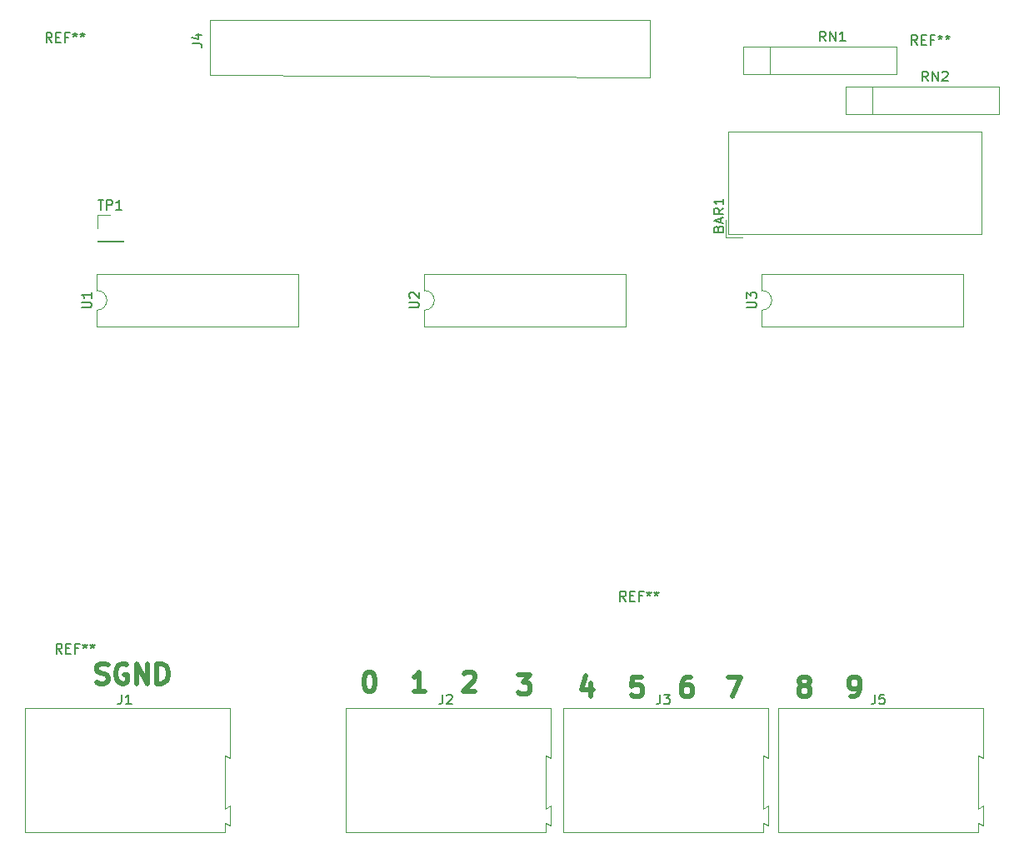
<source format=gbr>
%TF.GenerationSoftware,KiCad,Pcbnew,5.1.6-c6e7f7d~87~ubuntu18.04.1*%
%TF.CreationDate,2020-08-09T11:38:30+02:00*%
%TF.ProjectId,sboxnet-gbm,73626f78-6e65-4742-9d67-626d2e6b6963,rev?*%
%TF.SameCoordinates,Original*%
%TF.FileFunction,Legend,Top*%
%TF.FilePolarity,Positive*%
%FSLAX46Y46*%
G04 Gerber Fmt 4.6, Leading zero omitted, Abs format (unit mm)*
G04 Created by KiCad (PCBNEW 5.1.6-c6e7f7d~87~ubuntu18.04.1) date 2020-08-09 11:38:30*
%MOMM*%
%LPD*%
G01*
G04 APERTURE LIST*
%ADD10C,0.500000*%
%ADD11C,0.120000*%
%ADD12C,0.150000*%
G04 APERTURE END LIST*
D10*
X60642952Y-100834723D02*
X60928666Y-100929961D01*
X61404857Y-100929961D01*
X61595333Y-100834723D01*
X61690571Y-100739485D01*
X61785809Y-100549009D01*
X61785809Y-100358533D01*
X61690571Y-100168057D01*
X61595333Y-100072819D01*
X61404857Y-99977580D01*
X61023904Y-99882342D01*
X60833428Y-99787104D01*
X60738190Y-99691866D01*
X60642952Y-99501390D01*
X60642952Y-99310914D01*
X60738190Y-99120438D01*
X60833428Y-99025200D01*
X61023904Y-98929961D01*
X61500095Y-98929961D01*
X61785809Y-99025200D01*
X63690571Y-99025200D02*
X63500095Y-98929961D01*
X63214380Y-98929961D01*
X62928666Y-99025200D01*
X62738190Y-99215676D01*
X62642952Y-99406152D01*
X62547714Y-99787104D01*
X62547714Y-100072819D01*
X62642952Y-100453771D01*
X62738190Y-100644247D01*
X62928666Y-100834723D01*
X63214380Y-100929961D01*
X63404857Y-100929961D01*
X63690571Y-100834723D01*
X63785809Y-100739485D01*
X63785809Y-100072819D01*
X63404857Y-100072819D01*
X64642952Y-100929961D02*
X64642952Y-98929961D01*
X65785809Y-100929961D01*
X65785809Y-98929961D01*
X66738190Y-100929961D02*
X66738190Y-98929961D01*
X67214380Y-98929961D01*
X67500095Y-99025200D01*
X67690571Y-99215676D01*
X67785809Y-99406152D01*
X67881047Y-99787104D01*
X67881047Y-100072819D01*
X67785809Y-100453771D01*
X67690571Y-100644247D01*
X67500095Y-100834723D01*
X67214380Y-100929961D01*
X66738190Y-100929961D01*
X137236247Y-102250761D02*
X137617200Y-102250761D01*
X137807676Y-102155523D01*
X137902914Y-102060285D01*
X138093390Y-101774571D01*
X138188628Y-101393619D01*
X138188628Y-100631714D01*
X138093390Y-100441238D01*
X137998152Y-100346000D01*
X137807676Y-100250761D01*
X137426723Y-100250761D01*
X137236247Y-100346000D01*
X137141009Y-100441238D01*
X137045771Y-100631714D01*
X137045771Y-101107904D01*
X137141009Y-101298380D01*
X137236247Y-101393619D01*
X137426723Y-101488857D01*
X137807676Y-101488857D01*
X137998152Y-101393619D01*
X138093390Y-101298380D01*
X138188628Y-101107904D01*
X132346723Y-101107904D02*
X132156247Y-101012666D01*
X132061009Y-100917428D01*
X131965771Y-100726952D01*
X131965771Y-100631714D01*
X132061009Y-100441238D01*
X132156247Y-100346000D01*
X132346723Y-100250761D01*
X132727676Y-100250761D01*
X132918152Y-100346000D01*
X133013390Y-100441238D01*
X133108628Y-100631714D01*
X133108628Y-100726952D01*
X133013390Y-100917428D01*
X132918152Y-101012666D01*
X132727676Y-101107904D01*
X132346723Y-101107904D01*
X132156247Y-101203142D01*
X132061009Y-101298380D01*
X131965771Y-101488857D01*
X131965771Y-101869809D01*
X132061009Y-102060285D01*
X132156247Y-102155523D01*
X132346723Y-102250761D01*
X132727676Y-102250761D01*
X132918152Y-102155523D01*
X133013390Y-102060285D01*
X133108628Y-101869809D01*
X133108628Y-101488857D01*
X133013390Y-101298380D01*
X132918152Y-101203142D01*
X132727676Y-101107904D01*
X124758533Y-100250761D02*
X126091866Y-100250761D01*
X125234723Y-102250761D01*
X120980152Y-100250761D02*
X120599200Y-100250761D01*
X120408723Y-100346000D01*
X120313485Y-100441238D01*
X120123009Y-100726952D01*
X120027771Y-101107904D01*
X120027771Y-101869809D01*
X120123009Y-102060285D01*
X120218247Y-102155523D01*
X120408723Y-102250761D01*
X120789676Y-102250761D01*
X120980152Y-102155523D01*
X121075390Y-102060285D01*
X121170628Y-101869809D01*
X121170628Y-101393619D01*
X121075390Y-101203142D01*
X120980152Y-101107904D01*
X120789676Y-101012666D01*
X120408723Y-101012666D01*
X120218247Y-101107904D01*
X120123009Y-101203142D01*
X120027771Y-101393619D01*
X115995390Y-100250761D02*
X115043009Y-100250761D01*
X114947771Y-101203142D01*
X115043009Y-101107904D01*
X115233485Y-101012666D01*
X115709676Y-101012666D01*
X115900152Y-101107904D01*
X115995390Y-101203142D01*
X116090628Y-101393619D01*
X116090628Y-101869809D01*
X115995390Y-102060285D01*
X115900152Y-102155523D01*
X115709676Y-102250761D01*
X115233485Y-102250761D01*
X115043009Y-102155523D01*
X114947771Y-102060285D01*
X110820152Y-100917428D02*
X110820152Y-102250761D01*
X110343961Y-100155523D02*
X109867771Y-101584095D01*
X111105866Y-101584095D01*
X103422533Y-99996761D02*
X104660628Y-99996761D01*
X103993961Y-100758666D01*
X104279676Y-100758666D01*
X104470152Y-100853904D01*
X104565390Y-100949142D01*
X104660628Y-101139619D01*
X104660628Y-101615809D01*
X104565390Y-101806285D01*
X104470152Y-101901523D01*
X104279676Y-101996761D01*
X103708247Y-101996761D01*
X103517771Y-101901523D01*
X103422533Y-101806285D01*
X97929771Y-99933238D02*
X98025009Y-99838000D01*
X98215485Y-99742761D01*
X98691676Y-99742761D01*
X98882152Y-99838000D01*
X98977390Y-99933238D01*
X99072628Y-100123714D01*
X99072628Y-100314190D01*
X98977390Y-100599904D01*
X97834533Y-101742761D01*
X99072628Y-101742761D01*
X93992628Y-101742761D02*
X92849771Y-101742761D01*
X93421200Y-101742761D02*
X93421200Y-99742761D01*
X93230723Y-100028476D01*
X93040247Y-100218952D01*
X92849771Y-100314190D01*
X88245961Y-99742761D02*
X88436438Y-99742761D01*
X88626914Y-99838000D01*
X88722152Y-99933238D01*
X88817390Y-100123714D01*
X88912628Y-100504666D01*
X88912628Y-100980857D01*
X88817390Y-101361809D01*
X88722152Y-101552285D01*
X88626914Y-101647523D01*
X88436438Y-101742761D01*
X88245961Y-101742761D01*
X88055485Y-101647523D01*
X87960247Y-101552285D01*
X87865009Y-101361809D01*
X87769771Y-100980857D01*
X87769771Y-100504666D01*
X87865009Y-100123714D01*
X87960247Y-99933238D01*
X88055485Y-99838000D01*
X88245961Y-99742761D01*
D11*
X72136000Y-33528000D02*
X72136000Y-39116000D01*
X72898000Y-33528000D02*
X72136000Y-33528000D01*
X116840000Y-33528000D02*
X72898000Y-33528000D01*
X116840000Y-39370000D02*
X116840000Y-33528000D01*
X72136000Y-39116000D02*
X116840000Y-39370000D01*
X60673940Y-53313020D02*
X62003940Y-53313020D01*
X60673940Y-54643020D02*
X60673940Y-53313020D01*
X60673940Y-55913020D02*
X63333940Y-55913020D01*
X63333940Y-55913020D02*
X63333940Y-55973020D01*
X60673940Y-55913020D02*
X60673940Y-55973020D01*
X60673940Y-55973020D02*
X63333940Y-55973020D01*
X124538000Y-53848000D02*
X124538000Y-55548000D01*
X124538000Y-55548000D02*
X126238000Y-55548000D01*
X150508000Y-44818000D02*
X150508000Y-55258000D01*
X150508000Y-55258000D02*
X124828000Y-55258000D01*
X124828000Y-55258000D02*
X124828000Y-44818000D01*
X124828000Y-44818000D02*
X150508000Y-44818000D01*
X139446000Y-40256000D02*
X139446000Y-43056000D01*
X152316000Y-40256000D02*
X136736000Y-40256000D01*
X152316000Y-43056000D02*
X152316000Y-40256000D01*
X136736000Y-43056000D02*
X152316000Y-43056000D01*
X136736000Y-40256000D02*
X136736000Y-43056000D01*
X129032000Y-36192000D02*
X129032000Y-38992000D01*
X141902000Y-36192000D02*
X126322000Y-36192000D01*
X141902000Y-38992000D02*
X141902000Y-36192000D01*
X126322000Y-38992000D02*
X141902000Y-38992000D01*
X126322000Y-36192000D02*
X126322000Y-38992000D01*
X128210000Y-62976000D02*
X128210000Y-64626000D01*
X128210000Y-64626000D02*
X148650000Y-64626000D01*
X148650000Y-64626000D02*
X148650000Y-59326000D01*
X148650000Y-59326000D02*
X128210000Y-59326000D01*
X128210000Y-59326000D02*
X128210000Y-60976000D01*
X128210000Y-60976000D02*
G75*
G02*
X128210000Y-62976000I0J-1000000D01*
G01*
X129887200Y-103428000D02*
X150687200Y-103428000D01*
X150687200Y-103428000D02*
X150687200Y-108478000D01*
X150687200Y-108478000D02*
X150187200Y-108228000D01*
X150187200Y-108228000D02*
X150187200Y-113628000D01*
X150187200Y-113628000D02*
X150737200Y-113328000D01*
X150737200Y-113328000D02*
X150737200Y-115378000D01*
X150737200Y-115378000D02*
X150187200Y-115078000D01*
X150187200Y-115078000D02*
X150187200Y-116028000D01*
X150187200Y-116028000D02*
X129887200Y-116028000D01*
X129887200Y-116028000D02*
X129887200Y-103428000D01*
X93920000Y-62976000D02*
X93920000Y-64626000D01*
X93920000Y-64626000D02*
X114360000Y-64626000D01*
X114360000Y-64626000D02*
X114360000Y-59326000D01*
X114360000Y-59326000D02*
X93920000Y-59326000D01*
X93920000Y-59326000D02*
X93920000Y-60976000D01*
X93920000Y-60976000D02*
G75*
G02*
X93920000Y-62976000I0J-1000000D01*
G01*
X60646000Y-62976000D02*
X60646000Y-64626000D01*
X60646000Y-64626000D02*
X81086000Y-64626000D01*
X81086000Y-64626000D02*
X81086000Y-59326000D01*
X81086000Y-59326000D02*
X60646000Y-59326000D01*
X60646000Y-59326000D02*
X60646000Y-60976000D01*
X60646000Y-60976000D02*
G75*
G02*
X60646000Y-62976000I0J-1000000D01*
G01*
X108043200Y-103428000D02*
X128843200Y-103428000D01*
X128843200Y-103428000D02*
X128843200Y-108478000D01*
X128843200Y-108478000D02*
X128343200Y-108228000D01*
X128343200Y-108228000D02*
X128343200Y-113628000D01*
X128343200Y-113628000D02*
X128893200Y-113328000D01*
X128893200Y-113328000D02*
X128893200Y-115378000D01*
X128893200Y-115378000D02*
X128343200Y-115078000D01*
X128343200Y-115078000D02*
X128343200Y-116028000D01*
X128343200Y-116028000D02*
X108043200Y-116028000D01*
X108043200Y-116028000D02*
X108043200Y-103428000D01*
X85945200Y-103428000D02*
X106745200Y-103428000D01*
X106745200Y-103428000D02*
X106745200Y-108478000D01*
X106745200Y-108478000D02*
X106245200Y-108228000D01*
X106245200Y-108228000D02*
X106245200Y-113628000D01*
X106245200Y-113628000D02*
X106795200Y-113328000D01*
X106795200Y-113328000D02*
X106795200Y-115378000D01*
X106795200Y-115378000D02*
X106245200Y-115078000D01*
X106245200Y-115078000D02*
X106245200Y-116028000D01*
X106245200Y-116028000D02*
X85945200Y-116028000D01*
X85945200Y-116028000D02*
X85945200Y-103428000D01*
X53331600Y-103428000D02*
X74131600Y-103428000D01*
X74131600Y-103428000D02*
X74131600Y-108478000D01*
X74131600Y-108478000D02*
X73631600Y-108228000D01*
X73631600Y-108228000D02*
X73631600Y-113628000D01*
X73631600Y-113628000D02*
X74181600Y-113328000D01*
X74181600Y-113328000D02*
X74181600Y-115378000D01*
X74181600Y-115378000D02*
X73631600Y-115078000D01*
X73631600Y-115078000D02*
X73631600Y-116028000D01*
X73631600Y-116028000D02*
X53331600Y-116028000D01*
X53331600Y-116028000D02*
X53331600Y-103428000D01*
D12*
X70318380Y-35893333D02*
X71032666Y-35893333D01*
X71175523Y-35940952D01*
X71270761Y-36036190D01*
X71318380Y-36179047D01*
X71318380Y-36274285D01*
X70651714Y-34988571D02*
X71318380Y-34988571D01*
X70270761Y-35226666D02*
X70985047Y-35464761D01*
X70985047Y-34845714D01*
X60742035Y-51765400D02*
X61313463Y-51765400D01*
X61027749Y-52765400D02*
X61027749Y-51765400D01*
X61646797Y-52765400D02*
X61646797Y-51765400D01*
X62027749Y-51765400D01*
X62122987Y-51813020D01*
X62170606Y-51860639D01*
X62218225Y-51955877D01*
X62218225Y-52098734D01*
X62170606Y-52193972D01*
X62122987Y-52241591D01*
X62027749Y-52289210D01*
X61646797Y-52289210D01*
X63170606Y-52765400D02*
X62599178Y-52765400D01*
X62884892Y-52765400D02*
X62884892Y-51765400D01*
X62789654Y-51908258D01*
X62694416Y-52003496D01*
X62599178Y-52051115D01*
X123796571Y-54711333D02*
X123844190Y-54568476D01*
X123891809Y-54520857D01*
X123987047Y-54473238D01*
X124129904Y-54473238D01*
X124225142Y-54520857D01*
X124272761Y-54568476D01*
X124320380Y-54663714D01*
X124320380Y-55044666D01*
X123320380Y-55044666D01*
X123320380Y-54711333D01*
X123368000Y-54616095D01*
X123415619Y-54568476D01*
X123510857Y-54520857D01*
X123606095Y-54520857D01*
X123701333Y-54568476D01*
X123748952Y-54616095D01*
X123796571Y-54711333D01*
X123796571Y-55044666D01*
X124034666Y-54092285D02*
X124034666Y-53616095D01*
X124320380Y-54187523D02*
X123320380Y-53854190D01*
X124320380Y-53520857D01*
X124320380Y-52616095D02*
X123844190Y-52949428D01*
X124320380Y-53187523D02*
X123320380Y-53187523D01*
X123320380Y-52806571D01*
X123368000Y-52711333D01*
X123415619Y-52663714D01*
X123510857Y-52616095D01*
X123653714Y-52616095D01*
X123748952Y-52663714D01*
X123796571Y-52711333D01*
X123844190Y-52806571D01*
X123844190Y-53187523D01*
X124320380Y-51663714D02*
X124320380Y-52235142D01*
X124320380Y-51949428D02*
X123320380Y-51949428D01*
X123463238Y-52044666D01*
X123558476Y-52139904D01*
X123606095Y-52235142D01*
X145105523Y-39708380D02*
X144772190Y-39232190D01*
X144534095Y-39708380D02*
X144534095Y-38708380D01*
X144915047Y-38708380D01*
X145010285Y-38756000D01*
X145057904Y-38803619D01*
X145105523Y-38898857D01*
X145105523Y-39041714D01*
X145057904Y-39136952D01*
X145010285Y-39184571D01*
X144915047Y-39232190D01*
X144534095Y-39232190D01*
X145534095Y-39708380D02*
X145534095Y-38708380D01*
X146105523Y-39708380D01*
X146105523Y-38708380D01*
X146534095Y-38803619D02*
X146581714Y-38756000D01*
X146676952Y-38708380D01*
X146915047Y-38708380D01*
X147010285Y-38756000D01*
X147057904Y-38803619D01*
X147105523Y-38898857D01*
X147105523Y-38994095D01*
X147057904Y-39136952D01*
X146486476Y-39708380D01*
X147105523Y-39708380D01*
X134691523Y-35644380D02*
X134358190Y-35168190D01*
X134120095Y-35644380D02*
X134120095Y-34644380D01*
X134501047Y-34644380D01*
X134596285Y-34692000D01*
X134643904Y-34739619D01*
X134691523Y-34834857D01*
X134691523Y-34977714D01*
X134643904Y-35072952D01*
X134596285Y-35120571D01*
X134501047Y-35168190D01*
X134120095Y-35168190D01*
X135120095Y-35644380D02*
X135120095Y-34644380D01*
X135691523Y-35644380D01*
X135691523Y-34644380D01*
X136691523Y-35644380D02*
X136120095Y-35644380D01*
X136405809Y-35644380D02*
X136405809Y-34644380D01*
X136310571Y-34787238D01*
X136215333Y-34882476D01*
X136120095Y-34930095D01*
X126662380Y-62737904D02*
X127471904Y-62737904D01*
X127567142Y-62690285D01*
X127614761Y-62642666D01*
X127662380Y-62547428D01*
X127662380Y-62356952D01*
X127614761Y-62261714D01*
X127567142Y-62214095D01*
X127471904Y-62166476D01*
X126662380Y-62166476D01*
X126662380Y-61785523D02*
X126662380Y-61166476D01*
X127043333Y-61499809D01*
X127043333Y-61356952D01*
X127090952Y-61261714D01*
X127138571Y-61214095D01*
X127233809Y-61166476D01*
X127471904Y-61166476D01*
X127567142Y-61214095D01*
X127614761Y-61261714D01*
X127662380Y-61356952D01*
X127662380Y-61642666D01*
X127614761Y-61737904D01*
X127567142Y-61785523D01*
X144005466Y-36012380D02*
X143672133Y-35536190D01*
X143434038Y-36012380D02*
X143434038Y-35012380D01*
X143814990Y-35012380D01*
X143910228Y-35060000D01*
X143957847Y-35107619D01*
X144005466Y-35202857D01*
X144005466Y-35345714D01*
X143957847Y-35440952D01*
X143910228Y-35488571D01*
X143814990Y-35536190D01*
X143434038Y-35536190D01*
X144434038Y-35488571D02*
X144767371Y-35488571D01*
X144910228Y-36012380D02*
X144434038Y-36012380D01*
X144434038Y-35012380D01*
X144910228Y-35012380D01*
X145672133Y-35488571D02*
X145338800Y-35488571D01*
X145338800Y-36012380D02*
X145338800Y-35012380D01*
X145814990Y-35012380D01*
X146338800Y-35012380D02*
X146338800Y-35250476D01*
X146100704Y-35155238D02*
X146338800Y-35250476D01*
X146576895Y-35155238D01*
X146195942Y-35440952D02*
X146338800Y-35250476D01*
X146481657Y-35440952D01*
X147100704Y-35012380D02*
X147100704Y-35250476D01*
X146862609Y-35155238D02*
X147100704Y-35250476D01*
X147338800Y-35155238D01*
X146957847Y-35440952D02*
X147100704Y-35250476D01*
X147243561Y-35440952D01*
X114389066Y-92552780D02*
X114055733Y-92076590D01*
X113817638Y-92552780D02*
X113817638Y-91552780D01*
X114198590Y-91552780D01*
X114293828Y-91600400D01*
X114341447Y-91648019D01*
X114389066Y-91743257D01*
X114389066Y-91886114D01*
X114341447Y-91981352D01*
X114293828Y-92028971D01*
X114198590Y-92076590D01*
X113817638Y-92076590D01*
X114817638Y-92028971D02*
X115150971Y-92028971D01*
X115293828Y-92552780D02*
X114817638Y-92552780D01*
X114817638Y-91552780D01*
X115293828Y-91552780D01*
X116055733Y-92028971D02*
X115722400Y-92028971D01*
X115722400Y-92552780D02*
X115722400Y-91552780D01*
X116198590Y-91552780D01*
X116722400Y-91552780D02*
X116722400Y-91790876D01*
X116484304Y-91695638D02*
X116722400Y-91790876D01*
X116960495Y-91695638D01*
X116579542Y-91981352D02*
X116722400Y-91790876D01*
X116865257Y-91981352D01*
X117484304Y-91552780D02*
X117484304Y-91790876D01*
X117246209Y-91695638D02*
X117484304Y-91790876D01*
X117722400Y-91695638D01*
X117341447Y-91981352D02*
X117484304Y-91790876D01*
X117627161Y-91981352D01*
X57086666Y-97886780D02*
X56753333Y-97410590D01*
X56515238Y-97886780D02*
X56515238Y-96886780D01*
X56896190Y-96886780D01*
X56991428Y-96934400D01*
X57039047Y-96982019D01*
X57086666Y-97077257D01*
X57086666Y-97220114D01*
X57039047Y-97315352D01*
X56991428Y-97362971D01*
X56896190Y-97410590D01*
X56515238Y-97410590D01*
X57515238Y-97362971D02*
X57848571Y-97362971D01*
X57991428Y-97886780D02*
X57515238Y-97886780D01*
X57515238Y-96886780D01*
X57991428Y-96886780D01*
X58753333Y-97362971D02*
X58420000Y-97362971D01*
X58420000Y-97886780D02*
X58420000Y-96886780D01*
X58896190Y-96886780D01*
X59420000Y-96886780D02*
X59420000Y-97124876D01*
X59181904Y-97029638D02*
X59420000Y-97124876D01*
X59658095Y-97029638D01*
X59277142Y-97315352D02*
X59420000Y-97124876D01*
X59562857Y-97315352D01*
X60181904Y-96886780D02*
X60181904Y-97124876D01*
X59943809Y-97029638D02*
X60181904Y-97124876D01*
X60420000Y-97029638D01*
X60039047Y-97315352D02*
X60181904Y-97124876D01*
X60324761Y-97315352D01*
X56070666Y-35758380D02*
X55737333Y-35282190D01*
X55499238Y-35758380D02*
X55499238Y-34758380D01*
X55880190Y-34758380D01*
X55975428Y-34806000D01*
X56023047Y-34853619D01*
X56070666Y-34948857D01*
X56070666Y-35091714D01*
X56023047Y-35186952D01*
X55975428Y-35234571D01*
X55880190Y-35282190D01*
X55499238Y-35282190D01*
X56499238Y-35234571D02*
X56832571Y-35234571D01*
X56975428Y-35758380D02*
X56499238Y-35758380D01*
X56499238Y-34758380D01*
X56975428Y-34758380D01*
X57737333Y-35234571D02*
X57404000Y-35234571D01*
X57404000Y-35758380D02*
X57404000Y-34758380D01*
X57880190Y-34758380D01*
X58404000Y-34758380D02*
X58404000Y-34996476D01*
X58165904Y-34901238D02*
X58404000Y-34996476D01*
X58642095Y-34901238D01*
X58261142Y-35186952D02*
X58404000Y-34996476D01*
X58546857Y-35186952D01*
X59165904Y-34758380D02*
X59165904Y-34996476D01*
X58927809Y-34901238D02*
X59165904Y-34996476D01*
X59404000Y-34901238D01*
X59023047Y-35186952D02*
X59165904Y-34996476D01*
X59308761Y-35186952D01*
X139703866Y-102030380D02*
X139703866Y-102744666D01*
X139656247Y-102887523D01*
X139561009Y-102982761D01*
X139418152Y-103030380D01*
X139322914Y-103030380D01*
X140656247Y-102030380D02*
X140180057Y-102030380D01*
X140132438Y-102506571D01*
X140180057Y-102458952D01*
X140275295Y-102411333D01*
X140513390Y-102411333D01*
X140608628Y-102458952D01*
X140656247Y-102506571D01*
X140703866Y-102601809D01*
X140703866Y-102839904D01*
X140656247Y-102935142D01*
X140608628Y-102982761D01*
X140513390Y-103030380D01*
X140275295Y-103030380D01*
X140180057Y-102982761D01*
X140132438Y-102935142D01*
X92372380Y-62737904D02*
X93181904Y-62737904D01*
X93277142Y-62690285D01*
X93324761Y-62642666D01*
X93372380Y-62547428D01*
X93372380Y-62356952D01*
X93324761Y-62261714D01*
X93277142Y-62214095D01*
X93181904Y-62166476D01*
X92372380Y-62166476D01*
X92467619Y-61737904D02*
X92420000Y-61690285D01*
X92372380Y-61595047D01*
X92372380Y-61356952D01*
X92420000Y-61261714D01*
X92467619Y-61214095D01*
X92562857Y-61166476D01*
X92658095Y-61166476D01*
X92800952Y-61214095D01*
X93372380Y-61785523D01*
X93372380Y-61166476D01*
X59098380Y-62737904D02*
X59907904Y-62737904D01*
X60003142Y-62690285D01*
X60050761Y-62642666D01*
X60098380Y-62547428D01*
X60098380Y-62356952D01*
X60050761Y-62261714D01*
X60003142Y-62214095D01*
X59907904Y-62166476D01*
X59098380Y-62166476D01*
X60098380Y-61166476D02*
X60098380Y-61737904D01*
X60098380Y-61452190D02*
X59098380Y-61452190D01*
X59241238Y-61547428D01*
X59336476Y-61642666D01*
X59384095Y-61737904D01*
X117859866Y-102030380D02*
X117859866Y-102744666D01*
X117812247Y-102887523D01*
X117717009Y-102982761D01*
X117574152Y-103030380D01*
X117478914Y-103030380D01*
X118240819Y-102030380D02*
X118859866Y-102030380D01*
X118526533Y-102411333D01*
X118669390Y-102411333D01*
X118764628Y-102458952D01*
X118812247Y-102506571D01*
X118859866Y-102601809D01*
X118859866Y-102839904D01*
X118812247Y-102935142D01*
X118764628Y-102982761D01*
X118669390Y-103030380D01*
X118383676Y-103030380D01*
X118288438Y-102982761D01*
X118240819Y-102935142D01*
X95761866Y-102030380D02*
X95761866Y-102744666D01*
X95714247Y-102887523D01*
X95619009Y-102982761D01*
X95476152Y-103030380D01*
X95380914Y-103030380D01*
X96190438Y-102125619D02*
X96238057Y-102078000D01*
X96333295Y-102030380D01*
X96571390Y-102030380D01*
X96666628Y-102078000D01*
X96714247Y-102125619D01*
X96761866Y-102220857D01*
X96761866Y-102316095D01*
X96714247Y-102458952D01*
X96142819Y-103030380D01*
X96761866Y-103030380D01*
X63148266Y-102030380D02*
X63148266Y-102744666D01*
X63100647Y-102887523D01*
X63005409Y-102982761D01*
X62862552Y-103030380D01*
X62767314Y-103030380D01*
X64148266Y-103030380D02*
X63576838Y-103030380D01*
X63862552Y-103030380D02*
X63862552Y-102030380D01*
X63767314Y-102173238D01*
X63672076Y-102268476D01*
X63576838Y-102316095D01*
M02*

</source>
